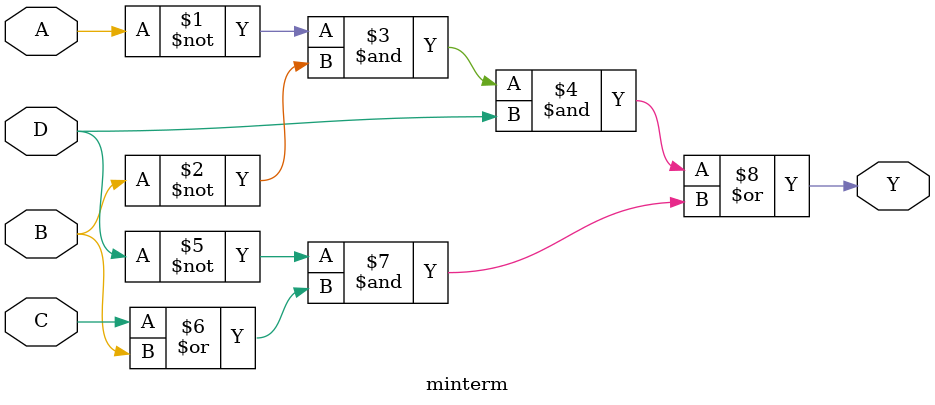
<source format=v>
module minterm (
    input A, B, C, D,
    output Y
);

assign Y = (~A & ~B & D) | (~D & (C | B)); // Enter your equation here

endmodule

</source>
